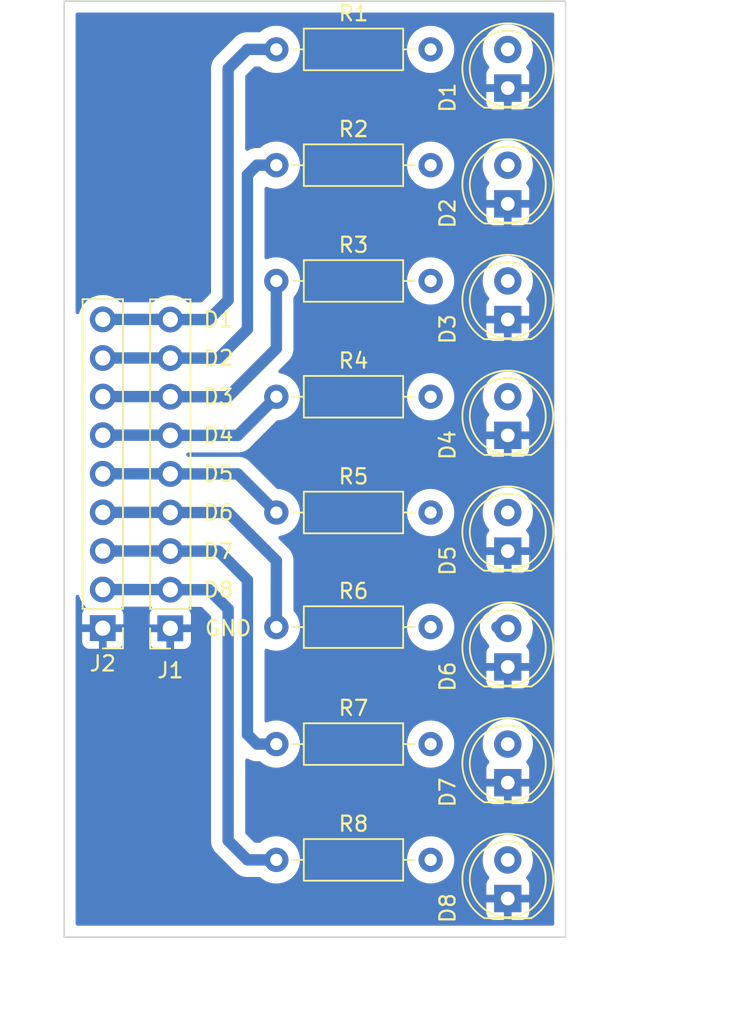
<source format=kicad_pcb>
(kicad_pcb (version 20211014) (generator pcbnew)
  (layers (0 "F.Cu" signal) (31 "B.Cu" signal) (34 "B.Paste" user) (35 "F.Paste" user) (36 "B.SilkS" user "B.Silkscreen") (37 "F.SilkS" user "F.Silkscreen") (38 "B.Mask" user) (39 "F.Mask" user) (44 "Edge.Cuts" user))
  (net 0 "")
  (net 1 "Net-(D1-Pad2)")
  (net 2 "Net-(D2-Pad2)")
  (net 3 "Net-(D3-Pad2)")
  (net 4 "Net-(D4-Pad2)")
  (net 5 "Net-(D5-Pad2)")
  (net 6 "Net-(D6-Pad2)")
  (net 7 "Net-(D7-Pad2)")
  (net 8 "Net-(D8-Pad2)")
  (net 9 "GND")
  (net 10 "Net-(J1-Pad2)")
  (net 11 "Net-(J1-Pad3)")
  (net 12 "Net-(J1-Pad4)")
  (net 13 "Net-(J1-Pad5)")
  (net 14 "Net-(J1-Pad6)")
  (net 15 "Net-(J1-Pad7)")
  (net 16 "Net-(J1-Pad8)")
  (net 17 "Net-(J1-Pad9)")
  (footprint "Resistor_THT:R_Axial_DIN0207_L6.3mm_D2.5mm_P10.16mm_Horizontal" (layer "F.Cu") (at 76.2 127)
    (fp_text reference "R7" (at 5.08 -2.37) (layer "F.SilkS"))
    (fp_text value "220")
    (fp_line (start 1.04 0) (end 1.81 0) (layer "F.SilkS") (width 0.12))
    (fp_line (start 1.81 1.37) (end 8.35 1.37) (layer "F.SilkS") (width 0.12))
    (fp_line (start 9.12 0) (end 8.35 0) (layer "F.SilkS") (width 0.12))
    (fp_line (start 1.81 -1.37) (end 1.81 1.37) (layer "F.SilkS") (width 0.12))
    (fp_line (start 8.35 -1.37) (end 1.81 -1.37) (layer "F.SilkS") (width 0.12))
    (fp_line (start 8.35 1.37) (end 8.35 -1.37) (layer "F.SilkS") (width 0.12))
    (pad "1" thru_hole circle (at 0 0) (size 1.6 1.6) (drill 0.8) (layers *.Cu *.Mask) (net 11 "Net-(J1-Pad3)"))
    (pad "2" thru_hole oval (at 10.16 0) (size 1.6 1.6) (drill 0.8) (layers *.Cu *.Mask) (net 7 "Net-(D7-Pad2)"))
  )
  (footprint "Connector_PinSocket_2.54mm:PinSocket_1x09_P2.54mm_Vertical" (layer "F.Cu") (at 69.215 119.38 180)
    (fp_text reference "J1" (at 0 -2.77 180) (layer "F.SilkS"))
    (fp_text value "Conn_01x09_Female")
    (fp_line (start 1.33 -1.33) (end 1.33 0) (layer "F.SilkS") (width 0.12))
    (fp_line (start 1.33 1.27) (end 1.33 21.65) (layer "F.SilkS") (width 0.12))
    (fp_line (start -1.33 1.27) (end -1.33 21.65) (layer "F.SilkS") (width 0.12))
    (fp_line (start 0 -1.33) (end 1.33 -1.33) (layer "F.SilkS") (width 0.12))
    (fp_line (start -1.33 1.27) (end 1.33 1.27) (layer "F.SilkS") (width 0.12))
    (fp_line (start -1.33 21.65) (end 1.33 21.65) (layer "F.SilkS") (width 0.12))
    (pad "1" thru_hole rect (at 0 0 180) (size 1.7 1.7) (drill 1) (layers *.Cu *.Mask) (net 9 "GND"))
    (pad "2" thru_hole oval (at 0 2.54 180) (size 1.7 1.7) (drill 1) (layers *.Cu *.Mask) (net 10 "Net-(J1-Pad2)"))
    (pad "3" thru_hole oval (at 0 5.08 180) (size 1.7 1.7) (drill 1) (layers *.Cu *.Mask) (net 11 "Net-(J1-Pad3)"))
    (pad "4" thru_hole oval (at 0 7.62 180) (size 1.7 1.7) (drill 1) (layers *.Cu *.Mask) (net 12 "Net-(J1-Pad4)"))
    (pad "5" thru_hole oval (at 0 10.16 180) (size 1.7 1.7) (drill 1) (layers *.Cu *.Mask) (net 13 "Net-(J1-Pad5)"))
    (pad "6" thru_hole oval (at 0 12.7 180) (size 1.7 1.7) (drill 1) (layers *.Cu *.Mask) (net 14 "Net-(J1-Pad6)"))
    (pad "7" thru_hole oval (at 0 15.24 180) (size 1.7 1.7) (drill 1) (layers *.Cu *.Mask) (net 15 "Net-(J1-Pad7)"))
    (pad "8" thru_hole oval (at 0 17.78 180) (size 1.7 1.7) (drill 1) (layers *.Cu *.Mask) (net 16 "Net-(J1-Pad8)"))
    (pad "9" thru_hole oval (at 0 20.32 180) (size 1.7 1.7) (drill 1) (layers *.Cu *.Mask) (net 17 "Net-(J1-Pad9)"))
  )
  (footprint "Resistor_THT:R_Axial_DIN0207_L6.3mm_D2.5mm_P10.16mm_Horizontal" (layer "F.Cu") (at 76.2 111.76)
    (fp_text reference "R5" (at 5.08 -2.37) (layer "F.SilkS"))
    (fp_text value "220")
    (fp_line (start 1.81 -1.37) (end 1.81 1.37) (layer "F.SilkS") (width 0.12))
    (fp_line (start 1.81 1.37) (end 8.35 1.37) (layer "F.SilkS") (width 0.12))
    (fp_line (start 9.12 0) (end 8.35 0) (layer "F.SilkS") (width 0.12))
    (fp_line (start 8.35 -1.37) (end 1.81 -1.37) (layer "F.SilkS") (width 0.12))
    (fp_line (start 1.04 0) (end 1.81 0) (layer "F.SilkS") (width 0.12))
    (fp_line (start 8.35 1.37) (end 8.35 -1.37) (layer "F.SilkS") (width 0.12))
    (pad "1" thru_hole circle (at 0 0) (size 1.6 1.6) (drill 0.8) (layers *.Cu *.Mask) (net 13 "Net-(J1-Pad5)"))
    (pad "2" thru_hole oval (at 10.16 0) (size 1.6 1.6) (drill 0.8) (layers *.Cu *.Mask) (net 5 "Net-(D5-Pad2)"))
  )
  (footprint "Resistor_THT:R_Axial_DIN0207_L6.3mm_D2.5mm_P10.16mm_Horizontal" (layer "F.Cu") (at 76.2 88.9)
    (fp_text reference "R2" (at 5.08 -2.37) (layer "F.SilkS"))
    (fp_text value "220")
    (fp_line (start 8.35 1.37) (end 8.35 -1.37) (layer "F.SilkS") (width 0.12))
    (fp_line (start 9.12 0) (end 8.35 0) (layer "F.SilkS") (width 0.12))
    (fp_line (start 1.81 1.37) (end 8.35 1.37) (layer "F.SilkS") (width 0.12))
    (fp_line (start 1.81 -1.37) (end 1.81 1.37) (layer "F.SilkS") (width 0.12))
    (fp_line (start 1.04 0) (end 1.81 0) (layer "F.SilkS") (width 0.12))
    (fp_line (start 8.35 -1.37) (end 1.81 -1.37) (layer "F.SilkS") (width 0.12))
    (pad "1" thru_hole circle (at 0 0) (size 1.6 1.6) (drill 0.8) (layers *.Cu *.Mask) (net 16 "Net-(J1-Pad8)"))
    (pad "2" thru_hole oval (at 10.16 0) (size 1.6 1.6) (drill 0.8) (layers *.Cu *.Mask) (net 2 "Net-(D2-Pad2)"))
  )
  (footprint "Resistor_THT:R_Axial_DIN0207_L6.3mm_D2.5mm_P10.16mm_Horizontal" (layer "F.Cu") (at 76.2 81.28)
    (fp_text reference "R1" (at 5.08 -2.37) (layer "F.SilkS"))
    (fp_text value "220")
    (fp_line (start 8.35 -1.37) (end 1.81 -1.37) (layer "F.SilkS") (width 0.12))
    (fp_line (start 9.12 0) (end 8.35 0) (layer "F.SilkS") (width 0.12))
    (fp_line (start 1.81 -1.37) (end 1.81 1.37) (layer "F.SilkS") (width 0.12))
    (fp_line (start 8.35 1.37) (end 8.35 -1.37) (layer "F.SilkS") (width 0.12))
    (fp_line (start 1.81 1.37) (end 8.35 1.37) (layer "F.SilkS") (width 0.12))
    (fp_line (start 1.04 0) (end 1.81 0) (layer "F.SilkS") (width 0.12))
    (pad "1" thru_hole circle (at 0 0) (size 1.6 1.6) (drill 0.8) (layers *.Cu *.Mask) (net 17 "Net-(J1-Pad9)"))
    (pad "2" thru_hole oval (at 10.16 0) (size 1.6 1.6) (drill 0.8) (layers *.Cu *.Mask) (net 1 "Net-(D1-Pad2)"))
  )
  (footprint "Connector_PinHeader_2.54mm:PinHeader_1x09_P2.54mm_Vertical" (layer "F.Cu") (at 64.77 119.37 180)
    (fp_text reference "J2" (at 0 -2.33) (layer "F.SilkS"))
    (fp_text value "Conn_01x09_Male")
    (fp_line (start -1.33 -1.33) (end 0 -1.33) (layer "F.SilkS") (width 0.12))
    (fp_line (start -1.33 1.27) (end 1.33 1.27) (layer "F.SilkS") (width 0.12))
    (fp_line (start -1.33 21.65) (end 1.33 21.65) (layer "F.SilkS") (width 0.12))
    (fp_line (start 1.33 1.27) (end 1.33 21.65) (layer "F.SilkS") (width 0.12))
    (fp_line (start -1.33 0) (end -1.33 -1.33) (layer "F.SilkS") (width 0.12))
    (fp_line (start -1.33 1.27) (end -1.33 21.65) (layer "F.SilkS") (width 0.12))
    (pad "1" thru_hole rect (at 0 0 180) (size 1.7 1.7) (drill 1) (layers *.Cu *.Mask) (net 9 "GND"))
    (pad "2" thru_hole oval (at 0 2.54 180) (size 1.7 1.7) (drill 1) (layers *.Cu *.Mask) (net 10 "Net-(J1-Pad2)"))
    (pad "3" thru_hole oval (at 0 5.08 180) (size 1.7 1.7) (drill 1) (layers *.Cu *.Mask) (net 11 "Net-(J1-Pad3)"))
    (pad "4" thru_hole oval (at 0 7.62 180) (size 1.7 1.7) (drill 1) (layers *.Cu *.Mask) (net 12 "Net-(J1-Pad4)"))
    (pad "5" thru_hole oval (at 0 10.16 180) (size 1.7 1.7) (drill 1) (layers *.Cu *.Mask) (net 13 "Net-(J1-Pad5)"))
    (pad "6" thru_hole oval (at 0 12.7 180) (size 1.7 1.7) (drill 1) (layers *.Cu *.Mask) (net 14 "Net-(J1-Pad6)"))
    (pad "7" thru_hole oval (at 0 15.24 180) (size 1.7 1.7) (drill 1) (layers *.Cu *.Mask) (net 15 "Net-(J1-Pad7)"))
    (pad "8" thru_hole oval (at 0 17.78 180) (size 1.7 1.7) (drill 1) (layers *.Cu *.Mask) (net 16 "Net-(J1-Pad8)"))
    (pad "9" thru_hole oval (at 0 20.32 180) (size 1.7 1.7) (drill 1) (layers *.Cu *.Mask) (net 17 "Net-(J1-Pad9)"))
  )
  (footprint "Resistor_THT:R_Axial_DIN0207_L6.3mm_D2.5mm_P10.16mm_Horizontal" (layer "F.Cu") (at 76.2 96.52)
    (fp_text reference "R3" (at 5.08 -2.37) (layer "F.SilkS"))
    (fp_text value "220")
    (fp_line (start 8.35 1.37) (end 8.35 -1.37) (layer "F.SilkS") (width 0.12))
    (fp_line (start 1.81 -1.37) (end 1.81 1.37) (layer "F.SilkS") (width 0.12))
    (fp_line (start 1.04 0) (end 1.81 0) (layer "F.SilkS") (width 0.12))
    (fp_line (start 9.12 0) (end 8.35 0) (layer "F.SilkS") (width 0.12))
    (fp_line (start 1.81 1.37) (end 8.35 1.37) (layer "F.SilkS") (width 0.12))
    (fp_line (start 8.35 -1.37) (end 1.81 -1.37) (layer "F.SilkS") (width 0.12))
    (pad "1" thru_hole circle (at 0 0) (size 1.6 1.6) (drill 0.8) (layers *.Cu *.Mask) (net 15 "Net-(J1-Pad7)"))
    (pad "2" thru_hole oval (at 10.16 0) (size 1.6 1.6) (drill 0.8) (layers *.Cu *.Mask) (net 3 "Net-(D3-Pad2)"))
  )
  (footprint "LED_THT:LED_D5.0mm" (layer "F.Cu") (at 91.44 129.54 90)
    (fp_text reference "D7" (at -0.635 -3.96 90) (layer "F.SilkS"))
    (fp_text value "LED")
    (fp_line (start -1.29 -1.545) (end -1.29 1.545) (layer "F.SilkS") (width 0.12))
    (fp_arc (start -1.29 -1.54483) (mid 2.072002 -2.880433) (end 4.26 0.000462) (layer "F.SilkS") (width 0.12))
    (fp_arc (start 4.26 -0.000462) (mid 2.072002 2.880433) (end -1.29 1.54483) (layer "F.SilkS") (width 0.12))
    (fp_circle (center 1.27 0) (end 3.77 0) (layer "F.SilkS") (width 0.12) (fill none))
    (pad "1" thru_hole rect (at 0 0 90) (size 1.8 1.8) (drill 0.9) (layers *.Cu *.Mask) (net 9 "GND"))
    (pad "2" thru_hole circle (at 2.54 0 90) (size 1.8 1.8) (drill 0.9) (layers *.Cu *.Mask) (net 7 "Net-(D7-Pad2)"))
  )
  (footprint "LED_THT:LED_D5.0mm" (layer "F.Cu") (at 91.44 114.3 90)
    (fp_text reference "D5" (at -0.635 -3.96 90) (layer "F.SilkS"))
    (fp_text value "LED")
    (fp_line (start -1.29 -1.545) (end -1.29 1.545) (layer "F.SilkS") (width 0.12))
    (fp_arc (start 4.26 -0.000462) (mid 2.072002 2.880433) (end -1.29 1.54483) (layer "F.SilkS") (width 0.12))
    (fp_arc (start -1.29 -1.54483) (mid 2.072002 -2.880433) (end 4.26 0.000462) (layer "F.SilkS") (width 0.12))
    (fp_circle (center 1.27 0) (end 3.77 0) (layer "F.SilkS") (width 0.12) (fill none))
    (pad "1" thru_hole rect (at 0 0 90) (size 1.8 1.8) (drill 0.9) (layers *.Cu *.Mask) (net 9 "GND"))
    (pad "2" thru_hole circle (at 2.54 0 90) (size 1.8 1.8) (drill 0.9) (layers *.Cu *.Mask) (net 5 "Net-(D5-Pad2)"))
  )
  (footprint "LED_THT:LED_D5.0mm" (layer "F.Cu") (at 91.44 121.92 90)
    (fp_text reference "D6" (at -0.635 -3.96 90) (layer "F.SilkS"))
    (fp_text value "LED")
    (fp_line (start -1.29 -1.545) (end -1.29 1.545) (layer "F.SilkS") (width 0.12))
    (fp_arc (start -1.29 -1.54483) (mid 2.072002 -2.880433) (end 4.26 0.000462) (layer "F.SilkS") (width 0.12))
    (fp_arc (start 4.26 -0.000462) (mid 2.072002 2.880433) (end -1.29 1.54483) (layer "F.SilkS") (width 0.12))
    (fp_circle (center 1.27 0) (end 3.77 0) (layer "F.SilkS") (width 0.12) (fill none))
    (pad "1" thru_hole rect (at 0 0 90) (size 1.8 1.8) (drill 0.9) (layers *.Cu *.Mask) (net 9 "GND"))
    (pad "2" thru_hole circle (at 2.54 0 90) (size 1.8 1.8) (drill 0.9) (layers *.Cu *.Mask) (net 6 "Net-(D6-Pad2)"))
  )
  (footprint "Resistor_THT:R_Axial_DIN0207_L6.3mm_D2.5mm_P10.16mm_Horizontal" (layer "F.Cu") (at 76.2 134.62)
    (fp_text reference "R8" (at 5.08 -2.37) (layer "F.SilkS"))
    (fp_text value "220")
    (fp_line (start 8.35 -1.37) (end 1.81 -1.37) (layer "F.SilkS") (width 0.12))
    (fp_line (start 1.04 0) (end 1.81 0) (layer "F.SilkS") (width 0.12))
    (fp_line (start 8.35 1.37) (end 8.35 -1.37) (layer "F.SilkS") (width 0.12))
    (fp_line (start 1.81 -1.37) (end 1.81 1.37) (layer "F.SilkS") (width 0.12))
    (fp_line (start 9.12 0) (end 8.35 0) (layer "F.SilkS") (width 0.12))
    (fp_line (start 1.81 1.37) (end 8.35 1.37) (layer "F.SilkS") (width 0.12))
    (pad "1" thru_hole circle (at 0 0) (size 1.6 1.6) (drill 0.8) (layers *.Cu *.Mask) (net 10 "Net-(J1-Pad2)"))
    (pad "2" thru_hole oval (at 10.16 0) (size 1.6 1.6) (drill 0.8) (layers *.Cu *.Mask) (net 8 "Net-(D8-Pad2)"))
  )
  (footprint "LED_THT:LED_D5.0mm" (layer "F.Cu") (at 91.44 83.825 90)
    (fp_text reference "D1" (at -0.63 -3.96 90) (layer "F.SilkS"))
    (fp_text value "LED")
    (fp_line (start -1.29 -1.545) (end -1.29 1.545) (layer "F.SilkS") (width 0.12))
    (fp_arc (start -1.29 -1.54483) (mid 2.072002 -2.880433) (end 4.26 0.000462) (layer "F.SilkS") (width 0.12))
    (fp_arc (start 4.26 -0.000462) (mid 2.072002 2.880433) (end -1.29 1.54483) (layer "F.SilkS") (width 0.12))
    (fp_circle (center 1.27 0) (end 3.77 0) (layer "F.SilkS") (width 0.12) (fill none))
    (pad "1" thru_hole rect (at 0 0 90) (size 1.8 1.8) (drill 0.9) (layers *.Cu *.Mask) (net 9 "GND"))
    (pad "2" thru_hole circle (at 2.54 0 90) (size 1.8 1.8) (drill 0.9) (layers *.Cu *.Mask) (net 1 "Net-(D1-Pad2)"))
  )
  (footprint "LED_THT:LED_D5.0mm" (layer "F.Cu") (at 91.44 99.06 90)
    (fp_text reference "D3" (at -0.635 -3.96 90) (layer "F.SilkS"))
    (fp_text value "LED")
    (fp_line (start -1.29 -1.545) (end -1.29 1.545) (layer "F.SilkS") (width 0.12))
    (fp_arc (start -1.29 -1.54483) (mid 2.072002 -2.880433) (end 4.26 0.000462) (layer "F.SilkS") (width 0.12))
    (fp_arc (start 4.26 -0.000462) (mid 2.072002 2.880433) (end -1.29 1.54483) (layer "F.SilkS") (width 0.12))
    (fp_circle (center 1.27 0) (end 3.77 0) (layer "F.SilkS") (width 0.12) (fill none))
    (pad "1" thru_hole rect (at 0 0 90) (size 1.8 1.8) (drill 0.9) (layers *.Cu *.Mask) (net 9 "GND"))
    (pad "2" thru_hole circle (at 2.54 0 90) (size 1.8 1.8) (drill 0.9) (layers *.Cu *.Mask) (net 3 "Net-(D3-Pad2)"))
  )
  (footprint "Resistor_THT:R_Axial_DIN0207_L6.3mm_D2.5mm_P10.16mm_Horizontal" (layer "F.Cu") (at 76.2 104.14)
    (fp_text reference "R4" (at 5.08 -2.37) (layer "F.SilkS"))
    (fp_text value "220")
    (fp_line (start 1.04 0) (end 1.81 0) (layer "F.SilkS") (width 0.12))
    (fp_line (start 8.35 1.37) (end 8.35 -1.37) (layer "F.SilkS") (width 0.12))
    (fp_line (start 8.35 -1.37) (end 1.81 -1.37) (layer "F.SilkS") (width 0.12))
    (fp_line (start 9.12 0) (end 8.35 0) (layer "F.SilkS") (width 0.12))
    (fp_line (start 1.81 -1.37) (end 1.81 1.37) (layer "F.SilkS") (width 0.12))
    (fp_line (start 1.81 1.37) (end 8.35 1.37) (layer "F.SilkS") (width 0.12))
    (pad "1" thru_hole circle (at 0 0) (size 1.6 1.6) (drill 0.8) (layers *.Cu *.Mask) (net 14 "Net-(J1-Pad6)"))
    (pad "2" thru_hole oval (at 10.16 0) (size 1.6 1.6) (drill 0.8) (layers *.Cu *.Mask) (net 4 "Net-(D4-Pad2)"))
  )
  (footprint "LED_THT:LED_D5.0mm" (layer "F.Cu") (at 91.44 106.68 90)
    (fp_text reference "D4" (at -0.635 -3.96 90) (layer "F.SilkS"))
    (fp_text value "LED")
    (fp_line (start -1.29 -1.545) (end -1.29 1.545) (layer "F.SilkS") (width 0.12))
    (fp_arc (start 4.26 -0.000462) (mid 2.072002 2.880433) (end -1.29 1.54483) (layer "F.SilkS") (width 0.12))
    (fp_arc (start -1.29 -1.54483) (mid 2.072002 -2.880433) (end 4.26 0.000462) (layer "F.SilkS") (width 0.12))
    (fp_circle (center 1.27 0) (end 3.77 0) (layer "F.SilkS") (width 0.12) (fill none))
    (pad "1" thru_hole rect (at 0 0 90) (size 1.8 1.8) (drill 0.9) (layers *.Cu *.Mask) (net 9 "GND"))
    (pad "2" thru_hole circle (at 2.54 0 90) (size 1.8 1.8) (drill 0.9) (layers *.Cu *.Mask) (net 4 "Net-(D4-Pad2)"))
  )
  (footprint "Resistor_THT:R_Axial_DIN0207_L6.3mm_D2.5mm_P10.16mm_Horizontal" (layer "F.Cu") (at 76.2 119.3)
    (fp_text reference "R6" (at 5.08 -2.37) (layer "F.SilkS"))
    (fp_text value "220")
    (fp_line (start 8.35 -1.37) (end 1.81 -1.37) (layer "F.SilkS") (width 0.12))
    (fp_line (start 9.12 0) (end 8.35 0) (layer "F.SilkS") (width 0.12))
    (fp_line (start 1.81 1.37) (end 8.35 1.37) (layer "F.SilkS") (width 0.12))
    (fp_line (start 8.35 1.37) (end 8.35 -1.37) (layer "F.SilkS") (width 0.12))
    (fp_line (start 1.81 -1.37) (end 1.81 1.37) (layer "F.SilkS") (width 0.12))
    (fp_line (start 1.04 0) (end 1.81 0) (layer "F.SilkS") (width 0.12))
    (pad "1" thru_hole circle (at 0 0) (size 1.6 1.6) (drill 0.8) (layers *.Cu *.Mask) (net 12 "Net-(J1-Pad4)"))
    (pad "2" thru_hole oval (at 10.16 0) (size 1.6 1.6) (drill 0.8) (layers *.Cu *.Mask) (net 6 "Net-(D6-Pad2)"))
  )
  (footprint "LED_THT:LED_D5.0mm" (layer "F.Cu") (at 91.44 137.165 90)
    (fp_text reference "D8" (at -0.63 -3.96 90) (layer "F.SilkS"))
    (fp_text value "LED")
    (fp_line (start -1.29 -1.545) (end -1.29 1.545) (layer "F.SilkS") (width 0.12))
    (fp_arc (start -1.29 -1.54483) (mid 2.072002 -2.880433) (end 4.26 0.000462) (layer "F.SilkS") (width 0.12))
    (fp_arc (start 4.26 -0.000462) (mid 2.072002 2.880433) (end -1.29 1.54483) (layer "F.SilkS") (width 0.12))
    (fp_circle (center 1.27 0) (end 3.77 0) (layer "F.SilkS") (width 0.12) (fill none))
    (pad "1" thru_hole rect (at 0 0 90) (size 1.8 1.8) (drill 0.9) (layers *.Cu *.Mask) (net 9 "GND"))
    (pad "2" thru_hole circle (at 2.54 0 90) (size 1.8 1.8) (drill 0.9) (layers *.Cu *.Mask) (net 8 "Net-(D8-Pad2)"))
  )
  (footprint "LED_THT:LED_D5.0mm" (layer "F.Cu") (at 91.44 91.445 90)
    (fp_text reference "D2" (at -0.63 -3.96 90) (layer "F.SilkS"))
    (fp_text value "LED")
    (fp_line (start -1.29 -1.545) (end -1.29 1.545) (layer "F.SilkS") (width 0.12))
    (fp_arc (start -1.29 -1.54483) (mid 2.072002 -2.880433) (end 4.26 0.000462) (layer "F.SilkS") (width 0.12))
    (fp_arc (start 4.26 -0.000462) (mid 2.072002 2.880433) (end -1.29 1.54483) (layer "F.SilkS") (width 0.12))
    (fp_circle (center 1.27 0) (end 3.77 0) (layer "F.SilkS") (width 0.12) (fill none))
    (pad "1" thru_hole rect (at 0 0 90) (size 1.8 1.8) (drill 0.9) (layers *.Cu *.Mask) (net 9 "GND"))
    (pad "2" thru_hole circle (at 2.54 0 90) (size 1.8 1.8) (drill 0.9) (layers *.Cu *.Mask) (net 2 "Net-(D2-Pad2)"))
  )
  (gr_rect (start 62.23 78.105) (end 95.25 139.7) (layer "Edge.Cuts") (width 0.1) (fill none))
  (gr_text "D6" (at 72.39 111.76) (layer "F.SilkS") (effects (font (size 1 1))))
  (gr_text "D1" (at 72.39 99.06) (layer "F.SilkS") (effects (font (size 1 1))))
  (gr_text "D4" (at 72.39 106.68) (layer "F.SilkS") (effects (font (size 1 1))))
  (gr_text "D5" (at 72.39 109.22) (layer "F.SilkS") (effects (font (size 1 1))))
  (gr_text "D2" (at 72.39 101.6) (layer "F.SilkS") (effects (font (size 1 1))))
  (gr_text "D8" (at 72.39 116.84) (layer "F.SilkS") (effects (font (size 1 1))))
  (gr_text "D3" (at 72.39 104.14) (layer "F.SilkS") (effects (font (size 1 1))))
  (gr_text "GND\n" (at 73.025 119.38) (layer "F.SilkS") (effects (font (size 1 1))))
  (gr_text "D7" (at 72.39 114.3) (layer "F.SilkS") (effects (font (size 1 1))))
  (segment (start 90.725 119.3) (end 90.805 119.38) (width 0.75) (layer "B.Cu") (net 6))
  (segment (start 71.755 116.84) (end 73.025 118.11) (width 0.75) (layer "B.Cu") (net 10))
  (segment (start 73.025 133.35) (end 74.295 134.62) (width 0.75) (layer "B.Cu") (net 10))
  (segment (start 73.025 118.11) (end 73.025 133.35) (width 0.75) (layer "B.Cu") (net 10))
  (segment (start 69.205 116.83) (end 69.215 116.84) (width 0.75) (layer "B.Cu") (net 10))
  (segment (start 74.295 134.62) (end 76.2 134.62) (width 0.75) (layer "B.Cu") (net 10))
  (segment (start 69.215 116.84) (end 71.755 116.84) (width 0.75) (layer "B.Cu") (net 10))
  (segment (start 64.77 116.83) (end 69.205 116.83) (width 0.75) (layer "B.Cu") (net 10))
  (segment (start 69.215 114.3) (end 72.39 114.3) (width 0.75) (layer "B.Cu") (net 11))
  (segment (start 74.295 116.205) (end 74.295 126.365) (width 0.75) (layer "B.Cu") (net 11))
  (segment (start 74.295 126.365) (end 74.93 127) (width 0.75) (layer "B.Cu") (net 11))
  (segment (start 69.205 114.29) (end 69.215 114.3) (width 0.75) (layer "B.Cu") (net 11))
  (segment (start 72.39 114.3) (end 74.295 116.205) (width 0.75) (layer "B.Cu") (net 11))
  (segment (start 74.93 127) (end 76.2 127) (width 0.75) (layer "B.Cu") (net 11))
  (segment (start 64.77 114.29) (end 69.205 114.29) (width 0.75) (layer "B.Cu") (net 11))
  (segment (start 64.77 111.75) (end 69.205 111.75) (width 0.75) (layer "B.Cu") (net 12))
  (segment (start 73.025 111.76) (end 76.2 114.935) (width 0.75) (layer "B.Cu") (net 12))
  (segment (start 76.2 114.935) (end 76.2 119.3) (width 0.75) (layer "B.Cu") (net 12))
  (segment (start 69.215 111.76) (end 73.025 111.76) (width 0.75) (layer "B.Cu") (net 12))
  (segment (start 69.205 111.75) (end 69.215 111.76) (width 0.75) (layer "B.Cu") (net 12))
  (segment (start 73.66 109.22) (end 76.2 111.76) (width 0.75) (layer "B.Cu") (net 13))
  (segment (start 69.215 109.22) (end 73.66 109.22) (width 0.75) (layer "B.Cu") (net 13))
  (segment (start 69.205 109.21) (end 69.215 109.22) (width 0.75) (layer "B.Cu") (net 13))
  (segment (start 64.77 109.21) (end 69.205 109.21) (width 0.75) (layer "B.Cu") (net 13))
  (segment (start 64.77 106.67) (end 69.205 106.67) (width 0.75) (layer "B.Cu") (net 14))
  (segment (start 69.205 106.67) (end 69.215 106.68) (width 0.75) (layer "B.Cu") (net 14))
  (segment (start 69.215 106.68) (end 73.66 106.68) (width 0.75) (layer "B.Cu") (net 14))
  (segment (start 73.66 106.68) (end 76.2 104.14) (width 0.75) (layer "B.Cu") (net 14))
  (segment (start 69.215 104.14) (end 73.025 104.14) (width 0.75) (layer "B.Cu") (net 15))
  (segment (start 73.025 104.14) (end 76.2 100.965) (width 0.75) (layer "B.Cu") (net 15))
  (segment (start 69.205 104.13) (end 69.215 104.14) (width 0.75) (layer "B.Cu") (net 15))
  (segment (start 76.2 100.965) (end 76.2 96.52) (width 0.75) (layer "B.Cu") (net 15))
  (segment (start 64.77 104.13) (end 69.205 104.13) (width 0.75) (layer "B.Cu") (net 15))
  (segment (start 72.39 101.6) (end 74.295 99.695) (width 0.75) (layer "B.Cu") (net 16))
  (segment (start 69.215 101.6) (end 72.39 101.6) (width 0.75) (layer "B.Cu") (net 16))
  (segment (start 74.295 89.535) (end 74.93 88.9) (width 0.75) (layer "B.Cu") (net 16))
  (segment (start 64.77 101.59) (end 69.205 101.59) (width 0.75) (layer "B.Cu") (net 16))
  (segment (start 69.205 101.59) (end 69.215 101.6) (width 0.75) (layer "B.Cu") (net 16))
  (segment (start 74.295 99.695) (end 74.295 89.535) (width 0.75) (layer "B.Cu") (net 16))
  (segment (start 74.93 88.9) (end 76.2 88.9) (width 0.75) (layer "B.Cu") (net 16))
  (segment (start 64.77 99.05) (end 69.205 99.05) (width 0.75) (layer "B.Cu") (net 17))
  (segment (start 74.295 81.28) (end 76.2 81.28) (width 0.75) (layer "B.Cu") (net 17))
  (segment (start 73.025 97.79) (end 73.025 82.55) (width 0.75) (layer "B.Cu") (net 17))
  (segment (start 71.755 99.06) (end 73.025 97.79) (width 0.75) (layer "B.Cu") (net 17))
  (segment (start 69.205 99.05) (end 69.215 99.06) (width 0.75) (layer "B.Cu") (net 17))
  (segment (start 69.215 99.06) (end 71.755 99.06) (width 0.75) (layer "B.Cu") (net 17))
  (segment (start 73.025 82.55) (end 74.295 81.28) (width 0.75) (layer "B.Cu") (net 17))
  (zone (net 9) (net_name "GND") (layer "B.Cu") (connect_pads (clearance 0.75)) (min_thickness 0.254) (fill yes (thermal_gap 0.508) (thermal_bridge_width 0.508))
    (polygon (pts (xy 95.25 139.7) (xy 62.23 139.7) (xy 62.23 78.105) (xy 95.25 78.105)))
  )
)
</source>
